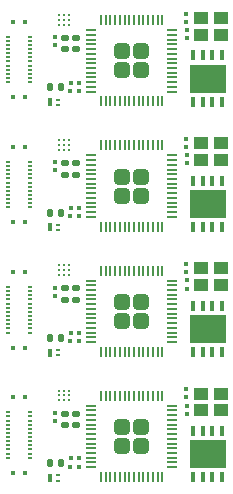
<source format=gbp>
G04 #@! TF.GenerationSoftware,KiCad,Pcbnew,8.0.8*
G04 #@! TF.CreationDate,2025-01-20T01:53:18-05:00*
G04 #@! TF.ProjectId,panel,70616e65-6c2e-46b6-9963-61645f706362,rev?*
G04 #@! TF.SameCoordinates,Original*
G04 #@! TF.FileFunction,Paste,Bot*
G04 #@! TF.FilePolarity,Positive*
%FSLAX46Y46*%
G04 Gerber Fmt 4.6, Leading zero omitted, Abs format (unit mm)*
G04 Created by KiCad (PCBNEW 8.0.8) date 2025-01-20 01:53:18*
%MOMM*%
%LPD*%
G01*
G04 APERTURE LIST*
G04 Aperture macros list*
%AMRoundRect*
0 Rectangle with rounded corners*
0 $1 Rounding radius*
0 $2 $3 $4 $5 $6 $7 $8 $9 X,Y pos of 4 corners*
0 Add a 4 corners polygon primitive as box body*
4,1,4,$2,$3,$4,$5,$6,$7,$8,$9,$2,$3,0*
0 Add four circle primitives for the rounded corners*
1,1,$1+$1,$2,$3*
1,1,$1+$1,$4,$5*
1,1,$1+$1,$6,$7*
1,1,$1+$1,$8,$9*
0 Add four rect primitives between the rounded corners*
20,1,$1+$1,$2,$3,$4,$5,0*
20,1,$1+$1,$4,$5,$6,$7,0*
20,1,$1+$1,$6,$7,$8,$9,0*
20,1,$1+$1,$8,$9,$2,$3,0*%
G04 Aperture macros list end*
%ADD10RoundRect,0.079500X0.100500X-0.079500X0.100500X0.079500X-0.100500X0.079500X-0.100500X-0.079500X0*%
%ADD11RoundRect,0.249999X-0.395001X0.395001X-0.395001X-0.395001X0.395001X-0.395001X0.395001X0.395001X0*%
%ADD12RoundRect,0.050000X-0.050000X0.387500X-0.050000X-0.387500X0.050000X-0.387500X0.050000X0.387500X0*%
%ADD13RoundRect,0.050000X-0.387500X0.050000X-0.387500X-0.050000X0.387500X-0.050000X0.387500X0.050000X0*%
%ADD14RoundRect,0.079500X0.079500X0.100500X-0.079500X0.100500X-0.079500X-0.100500X0.079500X-0.100500X0*%
%ADD15R,0.400000X0.180000*%
%ADD16R,0.385000X0.400000*%
%ADD17R,0.350000X0.850000*%
%ADD18R,3.100000X2.400000*%
%ADD19R,0.400000X0.250000*%
%ADD20R,0.400000X0.700000*%
%ADD21RoundRect,0.140000X0.140000X0.170000X-0.140000X0.170000X-0.140000X-0.170000X0.140000X-0.170000X0*%
%ADD22RoundRect,0.140000X0.170000X-0.140000X0.170000X0.140000X-0.170000X0.140000X-0.170000X-0.140000X0*%
%ADD23R,1.150000X1.000000*%
%ADD24C,0.250000*%
G04 APERTURE END LIST*
D10*
G04 #@! TO.C,C12*
X29920000Y-17955000D03*
X29920000Y-17265000D03*
G04 #@! TD*
D11*
G04 #@! TO.C,U3*
X37175000Y-50275000D03*
X35575000Y-50275000D03*
X37175000Y-51875000D03*
X35575000Y-51875000D03*
D12*
X33775000Y-47637500D03*
X34175000Y-47637500D03*
X34575000Y-47637500D03*
X34975000Y-47637500D03*
X35375000Y-47637500D03*
X35775000Y-47637500D03*
X36175000Y-47637500D03*
X36575000Y-47637500D03*
X36975000Y-47637500D03*
X37375000Y-47637500D03*
X37775000Y-47637500D03*
X38175000Y-47637500D03*
X38575000Y-47637500D03*
X38975000Y-47637500D03*
D13*
X39812500Y-48475000D03*
X39812500Y-48875000D03*
X39812500Y-49275000D03*
X39812500Y-49675000D03*
X39812500Y-50075000D03*
X39812500Y-50475000D03*
X39812500Y-50875000D03*
X39812500Y-51275000D03*
X39812500Y-51675000D03*
X39812500Y-52075000D03*
X39812500Y-52475000D03*
X39812500Y-52875000D03*
X39812500Y-53275000D03*
X39812500Y-53675000D03*
D12*
X38975000Y-54512500D03*
X38575000Y-54512500D03*
X38175000Y-54512500D03*
X37775000Y-54512500D03*
X37375000Y-54512500D03*
X36975000Y-54512500D03*
X36575000Y-54512500D03*
X36175000Y-54512500D03*
X35775000Y-54512500D03*
X35375000Y-54512500D03*
X34975000Y-54512500D03*
X34575000Y-54512500D03*
X34175000Y-54512500D03*
X33775000Y-54512500D03*
D13*
X32937500Y-53675000D03*
X32937500Y-53275000D03*
X32937500Y-52875000D03*
X32937500Y-52475000D03*
X32937500Y-52075000D03*
X32937500Y-51675000D03*
X32937500Y-51275000D03*
X32937500Y-50875000D03*
X32937500Y-50475000D03*
X32937500Y-50075000D03*
X32937500Y-49675000D03*
X32937500Y-49275000D03*
X32937500Y-48875000D03*
X32937500Y-48475000D03*
G04 #@! TD*
D10*
G04 #@! TO.C,C1*
X40990000Y-47755000D03*
X40990000Y-47065000D03*
G04 #@! TD*
D14*
G04 #@! TO.C,C11*
X31891526Y-52928507D03*
X31201526Y-52928507D03*
G04 #@! TD*
D10*
G04 #@! TO.C,C1*
X40990000Y-26555000D03*
X40990000Y-25865000D03*
G04 #@! TD*
D15*
G04 #@! TO.C,J4*
X27800000Y-17225000D03*
X27800000Y-17575000D03*
X27800000Y-17925000D03*
X27800000Y-18275000D03*
X27800000Y-18625000D03*
X27800000Y-18975000D03*
X27800000Y-19325000D03*
X27800000Y-19675000D03*
X27800000Y-20025000D03*
X27800000Y-20375000D03*
X27800000Y-20725000D03*
X27800000Y-21075000D03*
X25900000Y-21075000D03*
X25900000Y-20725000D03*
X25900000Y-20375000D03*
X25900000Y-20025000D03*
X25900000Y-19675000D03*
X25900000Y-19325000D03*
X25900000Y-18975000D03*
X25900000Y-18625000D03*
X25900000Y-18275000D03*
X25900000Y-17925000D03*
X25900000Y-17575000D03*
X25900000Y-17225000D03*
D16*
X27332000Y-15955000D03*
X26368000Y-15945000D03*
X27332000Y-22355000D03*
X26368000Y-22355000D03*
G04 #@! TD*
D17*
G04 #@! TO.C,U1*
X41600000Y-50620000D03*
X42400000Y-50620000D03*
X43200000Y-50620000D03*
X44000000Y-50620000D03*
X44000000Y-54520000D03*
X43200000Y-54520000D03*
X42400000Y-54520000D03*
X41600000Y-54520000D03*
D18*
X42800000Y-52570000D03*
G04 #@! TD*
D19*
G04 #@! TO.C,Q5*
X30160000Y-43755000D03*
X30160000Y-44205000D03*
D20*
X29460000Y-43980000D03*
G04 #@! TD*
D21*
G04 #@! TO.C,C14*
X30400000Y-21520000D03*
X29440000Y-21520000D03*
G04 #@! TD*
D10*
G04 #@! TO.C,C1*
X40990000Y-15955000D03*
X40990000Y-15265000D03*
G04 #@! TD*
D22*
G04 #@! TO.C,C10*
X30730000Y-18300000D03*
X30730000Y-17340000D03*
G04 #@! TD*
D21*
G04 #@! TO.C,C14*
X30400000Y-53320000D03*
X29440000Y-53320000D03*
G04 #@! TD*
D23*
G04 #@! TO.C,Y1*
X43965000Y-48850000D03*
X42215000Y-48850000D03*
X42215000Y-47450000D03*
X43965000Y-47450000D03*
G04 #@! TD*
D19*
G04 #@! TO.C,Q5*
X30160000Y-54355000D03*
X30160000Y-54805000D03*
D20*
X29460000Y-54580000D03*
G04 #@! TD*
D10*
G04 #@! TO.C,C12*
X29920000Y-28555000D03*
X29920000Y-27865000D03*
G04 #@! TD*
G04 #@! TO.C,R6*
X41040000Y-27955000D03*
X41040000Y-27265000D03*
G04 #@! TD*
G04 #@! TO.C,C12*
X29920000Y-39155000D03*
X29920000Y-38465000D03*
G04 #@! TD*
D23*
G04 #@! TO.C,Y1*
X43965000Y-17050000D03*
X42215000Y-17050000D03*
X42215000Y-15650000D03*
X43965000Y-15650000D03*
G04 #@! TD*
D14*
G04 #@! TO.C,R10*
X31885000Y-53620000D03*
X31195000Y-53620000D03*
G04 #@! TD*
D22*
G04 #@! TO.C,C8*
X31650000Y-28900000D03*
X31650000Y-27940000D03*
G04 #@! TD*
G04 #@! TO.C,C8*
X31650000Y-39500000D03*
X31650000Y-38540000D03*
G04 #@! TD*
D10*
G04 #@! TO.C,C12*
X29920000Y-49755000D03*
X29920000Y-49065000D03*
G04 #@! TD*
D15*
G04 #@! TO.C,J4*
X27800000Y-38425000D03*
X27800000Y-38775000D03*
X27800000Y-39125000D03*
X27800000Y-39475000D03*
X27800000Y-39825000D03*
X27800000Y-40175000D03*
X27800000Y-40525000D03*
X27800000Y-40875000D03*
X27800000Y-41225000D03*
X27800000Y-41575000D03*
X27800000Y-41925000D03*
X27800000Y-42275000D03*
X25900000Y-42275000D03*
X25900000Y-41925000D03*
X25900000Y-41575000D03*
X25900000Y-41225000D03*
X25900000Y-40875000D03*
X25900000Y-40525000D03*
X25900000Y-40175000D03*
X25900000Y-39825000D03*
X25900000Y-39475000D03*
X25900000Y-39125000D03*
X25900000Y-38775000D03*
X25900000Y-38425000D03*
D16*
X27332000Y-37155000D03*
X26368000Y-37145000D03*
X27332000Y-43555000D03*
X26368000Y-43555000D03*
G04 #@! TD*
D24*
G04 #@! TO.C,U5*
X31040000Y-36600000D03*
X30640000Y-36600000D03*
X30240000Y-36600000D03*
X31040000Y-37000000D03*
X30640000Y-37000000D03*
X30240000Y-37000000D03*
X31040000Y-37400000D03*
X30640000Y-37400000D03*
X30240000Y-37400000D03*
G04 #@! TD*
D14*
G04 #@! TO.C,C11*
X31891526Y-42328507D03*
X31201526Y-42328507D03*
G04 #@! TD*
D10*
G04 #@! TO.C,R6*
X41040000Y-38555000D03*
X41040000Y-37865000D03*
G04 #@! TD*
D21*
G04 #@! TO.C,C14*
X30400000Y-42720000D03*
X29440000Y-42720000D03*
G04 #@! TD*
D22*
G04 #@! TO.C,C8*
X31650000Y-18300000D03*
X31650000Y-17340000D03*
G04 #@! TD*
D19*
G04 #@! TO.C,Q5*
X30160000Y-33155000D03*
X30160000Y-33605000D03*
D20*
X29460000Y-33380000D03*
G04 #@! TD*
D22*
G04 #@! TO.C,C8*
X31650000Y-50100000D03*
X31650000Y-49140000D03*
G04 #@! TD*
D10*
G04 #@! TO.C,C1*
X40990000Y-37155000D03*
X40990000Y-36465000D03*
G04 #@! TD*
D24*
G04 #@! TO.C,U5*
X31040000Y-15400000D03*
X30640000Y-15400000D03*
X30240000Y-15400000D03*
X31040000Y-15800000D03*
X30640000Y-15800000D03*
X30240000Y-15800000D03*
X31040000Y-16200000D03*
X30640000Y-16200000D03*
X30240000Y-16200000D03*
G04 #@! TD*
D14*
G04 #@! TO.C,C11*
X31891526Y-31728507D03*
X31201526Y-31728507D03*
G04 #@! TD*
D11*
G04 #@! TO.C,U3*
X37175000Y-29075000D03*
X35575000Y-29075000D03*
X37175000Y-30675000D03*
X35575000Y-30675000D03*
D12*
X33775000Y-26437500D03*
X34175000Y-26437500D03*
X34575000Y-26437500D03*
X34975000Y-26437500D03*
X35375000Y-26437500D03*
X35775000Y-26437500D03*
X36175000Y-26437500D03*
X36575000Y-26437500D03*
X36975000Y-26437500D03*
X37375000Y-26437500D03*
X37775000Y-26437500D03*
X38175000Y-26437500D03*
X38575000Y-26437500D03*
X38975000Y-26437500D03*
D13*
X39812500Y-27275000D03*
X39812500Y-27675000D03*
X39812500Y-28075000D03*
X39812500Y-28475000D03*
X39812500Y-28875000D03*
X39812500Y-29275000D03*
X39812500Y-29675000D03*
X39812500Y-30075000D03*
X39812500Y-30475000D03*
X39812500Y-30875000D03*
X39812500Y-31275000D03*
X39812500Y-31675000D03*
X39812500Y-32075000D03*
X39812500Y-32475000D03*
D12*
X38975000Y-33312500D03*
X38575000Y-33312500D03*
X38175000Y-33312500D03*
X37775000Y-33312500D03*
X37375000Y-33312500D03*
X36975000Y-33312500D03*
X36575000Y-33312500D03*
X36175000Y-33312500D03*
X35775000Y-33312500D03*
X35375000Y-33312500D03*
X34975000Y-33312500D03*
X34575000Y-33312500D03*
X34175000Y-33312500D03*
X33775000Y-33312500D03*
D13*
X32937500Y-32475000D03*
X32937500Y-32075000D03*
X32937500Y-31675000D03*
X32937500Y-31275000D03*
X32937500Y-30875000D03*
X32937500Y-30475000D03*
X32937500Y-30075000D03*
X32937500Y-29675000D03*
X32937500Y-29275000D03*
X32937500Y-28875000D03*
X32937500Y-28475000D03*
X32937500Y-28075000D03*
X32937500Y-27675000D03*
X32937500Y-27275000D03*
G04 #@! TD*
D11*
G04 #@! TO.C,U3*
X37175000Y-39675000D03*
X35575000Y-39675000D03*
X37175000Y-41275000D03*
X35575000Y-41275000D03*
D12*
X33775000Y-37037500D03*
X34175000Y-37037500D03*
X34575000Y-37037500D03*
X34975000Y-37037500D03*
X35375000Y-37037500D03*
X35775000Y-37037500D03*
X36175000Y-37037500D03*
X36575000Y-37037500D03*
X36975000Y-37037500D03*
X37375000Y-37037500D03*
X37775000Y-37037500D03*
X38175000Y-37037500D03*
X38575000Y-37037500D03*
X38975000Y-37037500D03*
D13*
X39812500Y-37875000D03*
X39812500Y-38275000D03*
X39812500Y-38675000D03*
X39812500Y-39075000D03*
X39812500Y-39475000D03*
X39812500Y-39875000D03*
X39812500Y-40275000D03*
X39812500Y-40675000D03*
X39812500Y-41075000D03*
X39812500Y-41475000D03*
X39812500Y-41875000D03*
X39812500Y-42275000D03*
X39812500Y-42675000D03*
X39812500Y-43075000D03*
D12*
X38975000Y-43912500D03*
X38575000Y-43912500D03*
X38175000Y-43912500D03*
X37775000Y-43912500D03*
X37375000Y-43912500D03*
X36975000Y-43912500D03*
X36575000Y-43912500D03*
X36175000Y-43912500D03*
X35775000Y-43912500D03*
X35375000Y-43912500D03*
X34975000Y-43912500D03*
X34575000Y-43912500D03*
X34175000Y-43912500D03*
X33775000Y-43912500D03*
D13*
X32937500Y-43075000D03*
X32937500Y-42675000D03*
X32937500Y-42275000D03*
X32937500Y-41875000D03*
X32937500Y-41475000D03*
X32937500Y-41075000D03*
X32937500Y-40675000D03*
X32937500Y-40275000D03*
X32937500Y-39875000D03*
X32937500Y-39475000D03*
X32937500Y-39075000D03*
X32937500Y-38675000D03*
X32937500Y-38275000D03*
X32937500Y-37875000D03*
G04 #@! TD*
D17*
G04 #@! TO.C,U1*
X41600000Y-29420000D03*
X42400000Y-29420000D03*
X43200000Y-29420000D03*
X44000000Y-29420000D03*
X44000000Y-33320000D03*
X43200000Y-33320000D03*
X42400000Y-33320000D03*
X41600000Y-33320000D03*
D18*
X42800000Y-31370000D03*
G04 #@! TD*
D14*
G04 #@! TO.C,R10*
X31885000Y-43020000D03*
X31195000Y-43020000D03*
G04 #@! TD*
D23*
G04 #@! TO.C,Y1*
X43965000Y-38250000D03*
X42215000Y-38250000D03*
X42215000Y-36850000D03*
X43965000Y-36850000D03*
G04 #@! TD*
D14*
G04 #@! TO.C,R10*
X31885000Y-21820000D03*
X31195000Y-21820000D03*
G04 #@! TD*
G04 #@! TO.C,C11*
X31891526Y-21128507D03*
X31201526Y-21128507D03*
G04 #@! TD*
D24*
G04 #@! TO.C,U5*
X31040000Y-26000000D03*
X30640000Y-26000000D03*
X30240000Y-26000000D03*
X31040000Y-26400000D03*
X30640000Y-26400000D03*
X30240000Y-26400000D03*
X31040000Y-26800000D03*
X30640000Y-26800000D03*
X30240000Y-26800000D03*
G04 #@! TD*
D22*
G04 #@! TO.C,C10*
X30730000Y-39500000D03*
X30730000Y-38540000D03*
G04 #@! TD*
D15*
G04 #@! TO.C,J4*
X27800000Y-27825000D03*
X27800000Y-28175000D03*
X27800000Y-28525000D03*
X27800000Y-28875000D03*
X27800000Y-29225000D03*
X27800000Y-29575000D03*
X27800000Y-29925000D03*
X27800000Y-30275000D03*
X27800000Y-30625000D03*
X27800000Y-30975000D03*
X27800000Y-31325000D03*
X27800000Y-31675000D03*
X25900000Y-31675000D03*
X25900000Y-31325000D03*
X25900000Y-30975000D03*
X25900000Y-30625000D03*
X25900000Y-30275000D03*
X25900000Y-29925000D03*
X25900000Y-29575000D03*
X25900000Y-29225000D03*
X25900000Y-28875000D03*
X25900000Y-28525000D03*
X25900000Y-28175000D03*
X25900000Y-27825000D03*
D16*
X27332000Y-26555000D03*
X26368000Y-26545000D03*
X27332000Y-32955000D03*
X26368000Y-32955000D03*
G04 #@! TD*
D10*
G04 #@! TO.C,R6*
X41040000Y-49155000D03*
X41040000Y-48465000D03*
G04 #@! TD*
D21*
G04 #@! TO.C,C14*
X30400000Y-32120000D03*
X29440000Y-32120000D03*
G04 #@! TD*
D19*
G04 #@! TO.C,Q5*
X30160000Y-22555000D03*
X30160000Y-23005000D03*
D20*
X29460000Y-22780000D03*
G04 #@! TD*
D22*
G04 #@! TO.C,C10*
X30730000Y-28900000D03*
X30730000Y-27940000D03*
G04 #@! TD*
D23*
G04 #@! TO.C,Y1*
X43965000Y-27650000D03*
X42215000Y-27650000D03*
X42215000Y-26250000D03*
X43965000Y-26250000D03*
G04 #@! TD*
D14*
G04 #@! TO.C,R10*
X31885000Y-32420000D03*
X31195000Y-32420000D03*
G04 #@! TD*
D15*
G04 #@! TO.C,J4*
X27800000Y-49025000D03*
X27800000Y-49375000D03*
X27800000Y-49725000D03*
X27800000Y-50075000D03*
X27800000Y-50425000D03*
X27800000Y-50775000D03*
X27800000Y-51125000D03*
X27800000Y-51475000D03*
X27800000Y-51825000D03*
X27800000Y-52175000D03*
X27800000Y-52525000D03*
X27800000Y-52875000D03*
X25900000Y-52875000D03*
X25900000Y-52525000D03*
X25900000Y-52175000D03*
X25900000Y-51825000D03*
X25900000Y-51475000D03*
X25900000Y-51125000D03*
X25900000Y-50775000D03*
X25900000Y-50425000D03*
X25900000Y-50075000D03*
X25900000Y-49725000D03*
X25900000Y-49375000D03*
X25900000Y-49025000D03*
D16*
X27332000Y-47755000D03*
X26368000Y-47745000D03*
X27332000Y-54155000D03*
X26368000Y-54155000D03*
G04 #@! TD*
D17*
G04 #@! TO.C,U1*
X41600000Y-18820000D03*
X42400000Y-18820000D03*
X43200000Y-18820000D03*
X44000000Y-18820000D03*
X44000000Y-22720000D03*
X43200000Y-22720000D03*
X42400000Y-22720000D03*
X41600000Y-22720000D03*
D18*
X42800000Y-20770000D03*
G04 #@! TD*
D24*
G04 #@! TO.C,U5*
X31040000Y-47200000D03*
X30640000Y-47200000D03*
X30240000Y-47200000D03*
X31040000Y-47600000D03*
X30640000Y-47600000D03*
X30240000Y-47600000D03*
X31040000Y-48000000D03*
X30640000Y-48000000D03*
X30240000Y-48000000D03*
G04 #@! TD*
D22*
G04 #@! TO.C,C10*
X30730000Y-50100000D03*
X30730000Y-49140000D03*
G04 #@! TD*
D10*
G04 #@! TO.C,R6*
X41040000Y-17355000D03*
X41040000Y-16665000D03*
G04 #@! TD*
D17*
G04 #@! TO.C,U1*
X41600000Y-40020000D03*
X42400000Y-40020000D03*
X43200000Y-40020000D03*
X44000000Y-40020000D03*
X44000000Y-43920000D03*
X43200000Y-43920000D03*
X42400000Y-43920000D03*
X41600000Y-43920000D03*
D18*
X42800000Y-41970000D03*
G04 #@! TD*
D11*
G04 #@! TO.C,U3*
X37175000Y-18475000D03*
X35575000Y-18475000D03*
X37175000Y-20075000D03*
X35575000Y-20075000D03*
D12*
X33775000Y-15837500D03*
X34175000Y-15837500D03*
X34575000Y-15837500D03*
X34975000Y-15837500D03*
X35375000Y-15837500D03*
X35775000Y-15837500D03*
X36175000Y-15837500D03*
X36575000Y-15837500D03*
X36975000Y-15837500D03*
X37375000Y-15837500D03*
X37775000Y-15837500D03*
X38175000Y-15837500D03*
X38575000Y-15837500D03*
X38975000Y-15837500D03*
D13*
X39812500Y-16675000D03*
X39812500Y-17075000D03*
X39812500Y-17475000D03*
X39812500Y-17875000D03*
X39812500Y-18275000D03*
X39812500Y-18675000D03*
X39812500Y-19075000D03*
X39812500Y-19475000D03*
X39812500Y-19875000D03*
X39812500Y-20275000D03*
X39812500Y-20675000D03*
X39812500Y-21075000D03*
X39812500Y-21475000D03*
X39812500Y-21875000D03*
D12*
X38975000Y-22712500D03*
X38575000Y-22712500D03*
X38175000Y-22712500D03*
X37775000Y-22712500D03*
X37375000Y-22712500D03*
X36975000Y-22712500D03*
X36575000Y-22712500D03*
X36175000Y-22712500D03*
X35775000Y-22712500D03*
X35375000Y-22712500D03*
X34975000Y-22712500D03*
X34575000Y-22712500D03*
X34175000Y-22712500D03*
X33775000Y-22712500D03*
D13*
X32937500Y-21875000D03*
X32937500Y-21475000D03*
X32937500Y-21075000D03*
X32937500Y-20675000D03*
X32937500Y-20275000D03*
X32937500Y-19875000D03*
X32937500Y-19475000D03*
X32937500Y-19075000D03*
X32937500Y-18675000D03*
X32937500Y-18275000D03*
X32937500Y-17875000D03*
X32937500Y-17475000D03*
X32937500Y-17075000D03*
X32937500Y-16675000D03*
G04 #@! TD*
M02*

</source>
